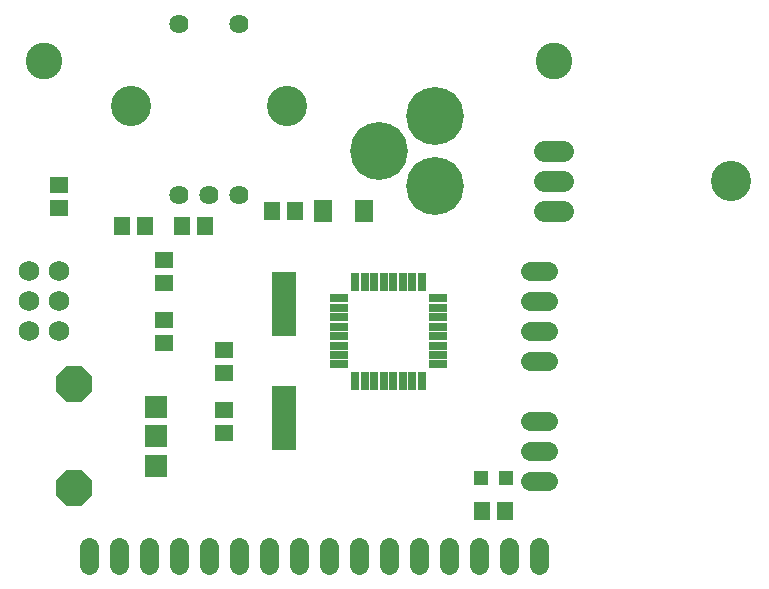
<source format=gts>
G04 EAGLE Gerber RS-274X export*
G75*
%MOMM*%
%FSLAX34Y34*%
%LPD*%
%INSoldermask Top*%
%IPPOS*%
%AMOC8*
5,1,8,0,0,1.08239X$1,22.5*%
G01*
%ADD10C,4.901600*%
%ADD11R,1.601600X1.401600*%
%ADD12R,1.401600X1.601600*%
%ADD13R,1.501600X1.901600*%
%ADD14C,1.625600*%
%ADD15C,1.778000*%
%ADD16C,3.403600*%
%ADD17C,1.727200*%
%ADD18R,1.301600X1.301600*%
%ADD19C,1.625600*%
%ADD20R,1.571600X0.651600*%
%ADD21R,0.651600X1.571600*%
%ADD22R,1.981200X1.981200*%
%ADD23P,3.357141X8X22.500000*%
%ADD24R,2.032000X5.435600*%
%ADD25C,3.101600*%


D10*
X436600Y381600D03*
X483600Y351600D03*
X483600Y410600D03*
D11*
X254000Y219100D03*
X254000Y238100D03*
X304800Y193700D03*
X304800Y212700D03*
X304800Y161900D03*
X304800Y142900D03*
D12*
X346100Y330200D03*
X365100Y330200D03*
X288900Y317500D03*
X269900Y317500D03*
D13*
X389400Y330200D03*
X423400Y330200D03*
D14*
X563880Y203200D02*
X579120Y203200D01*
X579120Y228600D02*
X563880Y228600D01*
X563880Y254000D02*
X579120Y254000D01*
X579120Y279400D02*
X563880Y279400D01*
D15*
X575818Y381000D02*
X592582Y381000D01*
X592582Y355600D02*
X575818Y355600D01*
X575818Y330200D02*
X592582Y330200D01*
D16*
X734060Y355600D03*
D17*
X139700Y254000D03*
X165100Y254000D03*
X165100Y279400D03*
X139700Y279400D03*
X139700Y228600D03*
X165100Y228600D03*
D14*
X190500Y45720D02*
X190500Y30480D01*
X215900Y30480D02*
X215900Y45720D01*
X241300Y45720D02*
X241300Y30480D01*
X266700Y30480D02*
X266700Y45720D01*
X292100Y45720D02*
X292100Y30480D01*
X317500Y30480D02*
X317500Y45720D01*
X342900Y45720D02*
X342900Y30480D01*
X368300Y30480D02*
X368300Y45720D01*
X393700Y45720D02*
X393700Y30480D01*
X419100Y30480D02*
X419100Y45720D01*
X444500Y45720D02*
X444500Y30480D01*
X469900Y30480D02*
X469900Y45720D01*
X495300Y45720D02*
X495300Y30480D01*
X520700Y30480D02*
X520700Y45720D01*
X546100Y45720D02*
X546100Y30480D01*
X571500Y30480D02*
X571500Y45720D01*
D18*
X522900Y104140D03*
X543900Y104140D03*
D11*
X254000Y269900D03*
X254000Y288900D03*
X165100Y352400D03*
X165100Y333400D03*
D12*
X238100Y317500D03*
X219100Y317500D03*
X523900Y76200D03*
X542900Y76200D03*
D19*
X292100Y344170D03*
X317500Y488950D03*
D16*
X358140Y419100D03*
X226060Y419100D03*
D19*
X266700Y488950D03*
X317500Y344170D03*
X266700Y344170D03*
D14*
X563880Y101600D02*
X579120Y101600D01*
X579120Y127000D02*
X563880Y127000D01*
X563880Y152400D02*
X579120Y152400D01*
D20*
X402800Y256600D03*
X402800Y248600D03*
X402800Y240600D03*
X402800Y232600D03*
X402800Y224600D03*
X402800Y216600D03*
X402800Y208600D03*
X402800Y200600D03*
D21*
X416500Y186900D03*
X424500Y186900D03*
X432500Y186900D03*
X440500Y186900D03*
X448500Y186900D03*
X456500Y186900D03*
X464500Y186900D03*
X472500Y186900D03*
D20*
X486200Y200600D03*
X486200Y208600D03*
X486200Y216600D03*
X486200Y224600D03*
X486200Y232600D03*
X486200Y240600D03*
X486200Y248600D03*
X486200Y256600D03*
D21*
X472500Y270300D03*
X464500Y270300D03*
X456500Y270300D03*
X448500Y270300D03*
X440500Y270300D03*
X432500Y270300D03*
X424500Y270300D03*
X416500Y270300D03*
D22*
X247800Y114700D03*
X247800Y139700D03*
X247800Y164700D03*
D23*
X177800Y95700D03*
X177800Y183700D03*
D24*
X355600Y154940D03*
X355600Y251460D03*
D25*
X152400Y457200D03*
X584200Y457200D03*
M02*

</source>
